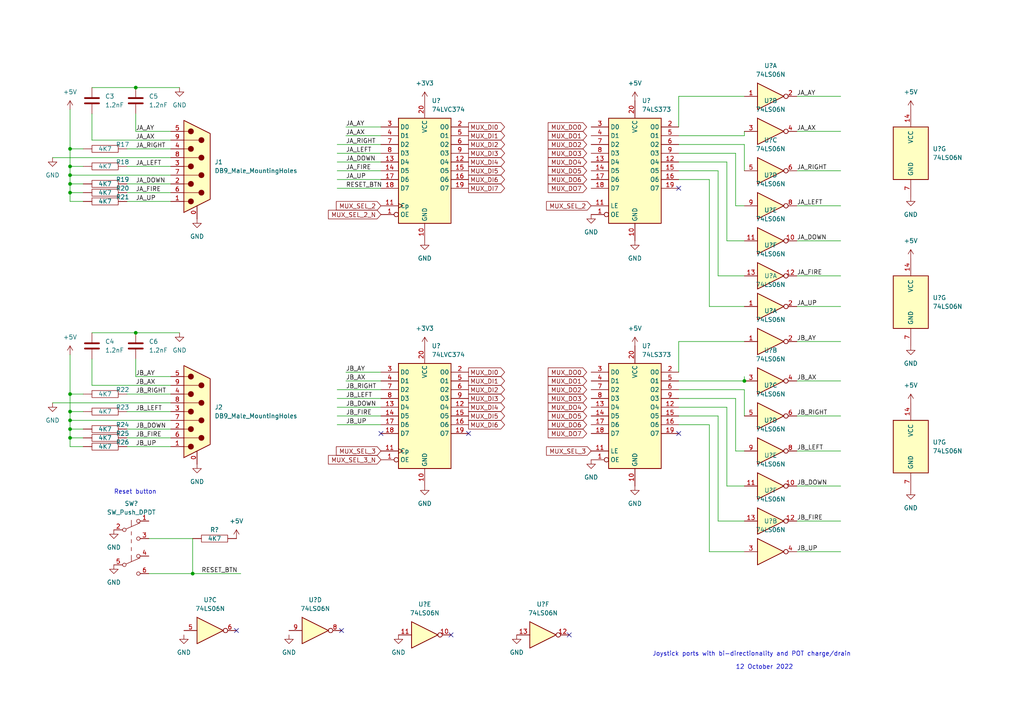
<source format=kicad_sch>
(kicad_sch (version 20211123) (generator eeschema)
  (paper "A4")
  (lib_symbols
    (symbol "74xx:74HC374"
      (property "Reference" "U" (at -7.62 16.51 0))
      (property "Value" "74HC374" (at -7.62 -16.51 0))
      (symbol "74HC374_1_0"
        (pin input inverted (at -12.7 -12.7 0) (length 5.08) (name "OE") (number "1"))
        (pin power_in line (at 0 -20.32 90) (length 5.08) (name "GND") (number "10"))
        (pin input clock (at -12.7 -10.16 0) (length 5.08) (name "Cp") (number "11"))
        (pin tri_state line (at 12.7 2.54 180) (length 5.08) (name "O4") (number "12"))
        (pin input line (at -12.7 2.54 0) (length 5.08) (name "D4") (number "13"))
        (pin input line (at -12.7 0 0) (length 5.08) (name "D5") (number "14"))
        (pin tri_state line (at 12.7 0 180) (length 5.08) (name "O5") (number "15"))
        (pin tri_state line (at 12.7 -2.54 180) (length 5.08) (name "O6") (number "16"))
        (pin input line (at -12.7 -2.54 0) (length 5.08) (name "D6") (number "17"))
        (pin input line (at -12.7 -5.08 0) (length 5.08) (name "D7") (number "18"))
        (pin tri_state line (at 12.7 -5.08 180) (length 5.08) (name "O7") (number "19"))
        (pin tri_state line (at 12.7 12.7 180) (length 5.08) (name "O0") (number "2"))
        (pin power_in line (at 0 20.32 270) (length 5.08) (name "VCC") (number "20"))
        (pin input line (at -12.7 12.7 0) (length 5.08) (name "D0") (number "3"))
        (pin input line (at -12.7 10.16 0) (length 5.08) (name "D1") (number "4"))
        (pin tri_state line (at 12.7 10.16 180) (length 5.08) (name "O1") (number "5"))
        (pin tri_state line (at 12.7 7.62 180) (length 5.08) (name "O2") (number "6"))
        (pin input line (at -12.7 7.62 0) (length 5.08) (name "D2") (number "7"))
        (pin input line (at -12.7 5.08 0) (length 5.08) (name "D3") (number "8"))
        (pin tri_state line (at 12.7 5.08 180) (length 5.08) (name "O3") (number "9"))
      )
      (symbol "74HC374_1_1"
        (rectangle (start -7.62 15.24) (end 7.62 -15.24) (stroke (width 0.254)) (fill (type background)))
      )
    )
    (symbol "74xx:74LS06N" (pin_names (offset 1.016))
      (property "Reference" "U" (at 0 1.27 0))
      (property "Value" "74LS06N" (at 0 -1.27 0))
      (symbol "74LS06N_1_0"
        (polyline (pts (xy -3.81 3.81) (xy -3.81 -3.81) (xy 3.81 0) (xy -3.81 3.81)) (stroke (width 0.254)) (fill (type background)))
        (pin input line (at -7.62 0 0) (length 3.81) (name "~") (number "1"))
        (pin open_collector inverted (at 7.62 0 180) (length 3.81) (name "~") (number "2"))
      )
      (symbol "74LS06N_2_0"
        (polyline (pts (xy -3.81 3.81) (xy -3.81 -3.81) (xy 3.81 0) (xy -3.81 3.81)) (stroke (width 0.254)) (fill (type background)))
        (pin input line (at -7.62 0 0) (length 3.81) (name "~") (number "3"))
        (pin open_collector inverted (at 7.62 0 180) (length 3.81) (name "~") (number "4"))
      )
      (symbol "74LS06N_3_0"
        (polyline (pts (xy -3.81 3.81) (xy -3.81 -3.81) (xy 3.81 0) (xy -3.81 3.81)) (stroke (width 0.254)) (fill (type background)))
        (pin input line (at -7.62 0 0) (length 3.81) (name "~") (number "5"))
        (pin open_collector inverted (at 7.62 0 180) (length 3.81) (name "~") (number "6"))
      )
      (symbol "74LS06N_4_0"
        (polyline (pts (xy -3.81 3.81) (xy -3.81 -3.81) (xy 3.81 0) (xy -3.81 3.81)) (stroke (width 0.254)) (fill (type background)))
        (pin open_collector inverted (at 7.62 0 180) (length 3.81) (name "~") (number "8"))
        (pin input line (at -7.62 0 0) (length 3.81) (name "~") (number "9"))
      )
      (symbol "74LS06N_5_0"
        (polyline (pts (xy -3.81 3.81) (xy -3.81 -3.81) (xy 3.81 0) (xy -3.81 3.81)) (stroke (width 0.254)) (fill (type background)))
        (pin open_collector inverted (at 7.62 0 180) (length 3.81) (name "~") (number "10"))
        (pin input line (at -7.62 0 0) (length 3.81) (name "~") (number "11"))
      )
      (symbol "74LS06N_6_0"
        (polyline (pts (xy -3.81 3.81) (xy -3.81 -3.81) (xy 3.81 0) (xy -3.81 3.81)) (stroke (width 0.254)) (fill (type background)))
        (pin open_collector inverted (at 7.62 0 180) (length 3.81) (name "~") (number "12"))
        (pin input line (at -7.62 0 0) (length 3.81) (name "~") (number "13"))
      )
      (symbol "74LS06N_7_0"
        (pin power_in line (at 0 12.7 270) (length 5.08) (name "VCC") (number "14"))
        (pin power_in line (at 0 -12.7 90) (length 5.08) (name "GND") (number "7"))
      )
      (symbol "74LS06N_7_1"
        (rectangle (start -5.08 7.62) (end 5.08 -7.62) (stroke (width 0.254)) (fill (type background)))
      )
    )
    (symbol "74xx:74LS373"
      (property "Reference" "U" (at -7.62 16.51 0))
      (property "Value" "74LS373" (at -7.62 -16.51 0))
      (symbol "74LS373_1_0"
        (pin input inverted (at -12.7 -12.7 0) (length 5.08) (name "OE") (number "1"))
        (pin power_in line (at 0 -20.32 90) (length 5.08) (name "GND") (number "10"))
        (pin input line (at -12.7 -10.16 0) (length 5.08) (name "LE") (number "11"))
        (pin tri_state line (at 12.7 2.54 180) (length 5.08) (name "O4") (number "12"))
        (pin input line (at -12.7 2.54 0) (length 5.08) (name "D4") (number "13"))
        (pin input line (at -12.7 0 0) (length 5.08) (name "D5") (number "14"))
        (pin tri_state line (at 12.7 0 180) (length 5.08) (name "O5") (number "15"))
        (pin tri_state line (at 12.7 -2.54 180) (length 5.08) (name "O6") (number "16"))
        (pin input line (at -12.7 -2.54 0) (length 5.08) (name "D6") (number "17"))
        (pin input line (at -12.7 -5.08 0) (length 5.08) (name "D7") (number "18"))
        (pin tri_state line (at 12.7 -5.08 180) (length 5.08) (name "O7") (number "19"))
        (pin tri_state line (at 12.7 12.7 180) (length 5.08) (name "O0") (number "2"))
        (pin power_in line (at 0 20.32 270) (length 5.08) (name "VCC") (number "20"))
        (pin input line (at -12.7 12.7 0) (length 5.08) (name "D0") (number "3"))
        (pin input line (at -12.7 10.16 0) (length 5.08) (name "D1") (number "4"))
        (pin tri_state line (at 12.7 10.16 180) (length 5.08) (name "O1") (number "5"))
        (pin tri_state line (at 12.7 7.62 180) (length 5.08) (name "O2") (number "6"))
        (pin input line (at -12.7 7.62 0) (length 5.08) (name "D2") (number "7"))
        (pin input line (at -12.7 5.08 0) (length 5.08) (name "D3") (number "8"))
        (pin tri_state line (at 12.7 5.08 180) (length 5.08) (name "O3") (number "9"))
      )
      (symbol "74LS373_1_1"
        (rectangle (start -7.62 15.24) (end 7.62 -15.24) (stroke (width 0.254)) (fill (type background)))
      )
    )
    (symbol "Connector:DB9_Male_MountingHoles" (pin_names (offset 1.016) hide)
      (property "Reference" "J" (at 0 16.51 0))
      (property "Value" "DB9_Male_MountingHoles" (at 0 14.605 0))
      (symbol "DB9_Male_MountingHoles_0_1"
        (circle (center -1.778 -10.16) (radius 0.762) (fill (type outline)))
        (circle (center -1.778 -5.08) (radius 0.762) (fill (type outline)))
        (circle (center -1.778 0) (radius 0.762) (fill (type outline)))
        (circle (center -1.778 5.08) (radius 0.762) (fill (type outline)))
        (circle (center -1.778 10.16) (radius 0.762) (fill (type outline)))
        (polyline (pts (xy -3.81 -10.16) (xy -2.54 -10.16)))
        (polyline (pts (xy -3.81 -7.62) (xy 0.508 -7.62)))
        (polyline (pts (xy -3.81 -5.08) (xy -2.54 -5.08)))
        (polyline (pts (xy -3.81 -2.54) (xy 0.508 -2.54)))
        (polyline (pts (xy -3.81 0) (xy -2.54 0)))
        (polyline (pts (xy -3.81 2.54) (xy 0.508 2.54)))
        (polyline (pts (xy -3.81 5.08) (xy -2.54 5.08)))
        (polyline (pts (xy -3.81 7.62) (xy 0.508 7.62)))
        (polyline (pts (xy -3.81 10.16) (xy -2.54 10.16)))
        (polyline (pts (xy -3.81 -13.335) (xy -3.81 13.335) (xy 3.81 9.525) (xy 3.81 -9.525) (xy -3.81 -13.335)) (stroke (width 0.254)) (fill (type background)))
        (circle (center 1.27 -7.62) (radius 0.762) (fill (type outline)))
        (circle (center 1.27 -2.54) (radius 0.762) (fill (type outline)))
        (circle (center 1.27 2.54) (radius 0.762) (fill (type outline)))
        (circle (center 1.27 7.62) (radius 0.762) (fill (type outline)))
      )
      (symbol "DB9_Male_MountingHoles_1_1"
        (pin passive line (at 0 -15.24 90) (length 3.81) (name "PAD") (number "0"))
        (pin passive line (at -7.62 -10.16 0) (length 3.81) (name "1") (number "1"))
        (pin passive line (at -7.62 -5.08 0) (length 3.81) (name "2") (number "2"))
        (pin passive line (at -7.62 0 0) (length 3.81) (name "3") (number "3"))
        (pin passive line (at -7.62 5.08 0) (length 3.81) (name "4") (number "4"))
        (pin passive line (at -7.62 10.16 0) (length 3.81) (name "5") (number "5"))
        (pin passive line (at -7.62 -7.62 0) (length 3.81) (name "6") (number "6"))
        (pin passive line (at -7.62 -2.54 0) (length 3.81) (name "7") (number "7"))
        (pin passive line (at -7.62 2.54 0) (length 3.81) (name "8") (number "8"))
        (pin passive line (at -7.62 7.62 0) (length 3.81) (name "9") (number "9"))
      )
    )
    (symbol "Device:C" (pin_numbers hide) (pin_names (offset 0.254))
      (property "Reference" "C" (at 0.635 2.54 0))
      (property "Value" "C" (at 0.635 -2.54 0))
      (symbol "C_0_1"
        (polyline (pts (xy -2.032 -0.762) (xy 2.032 -0.762)) (stroke (width 0.508)))
        (polyline (pts (xy -2.032 0.762) (xy 2.032 0.762)) (stroke (width 0.508)))
      )
      (symbol "C_1_1"
        (pin passive line (at 0 3.81 270) (length 2.794) (name "~") (number "1"))
        (pin passive line (at 0 -3.81 90) (length 2.794) (name "~") (number "2"))
      )
    )
    (symbol "Switch:SW_Push_DPDT" (pin_names (offset 0) hide)
      (property "Reference" "SW" (at 0 8.89 0))
      (property "Value" "SW_Push_DPDT" (at 0 -10.16 0))
      (symbol "SW_Push_DPDT_0_0"
        (circle (center -2.032 -5.08) (radius 0.508))
        (circle (center -2.032 5.08) (radius 0.508))
        (circle (center 2.032 -7.62) (radius 0.508))
        (circle (center 2.032 2.54) (radius 0.508))
      )
      (symbol "SW_Push_DPDT_0_1"
        (polyline (pts (xy -1.524 -4.826) (xy 2.54 -3.048)))
        (polyline (pts (xy -1.524 5.334) (xy 2.54 7.112)))
        (polyline (pts (xy 0 -2.286) (xy 0 -4.064)))
        (polyline (pts (xy 0 -1.016) (xy 0 0)))
        (polyline (pts (xy 0 1.27) (xy 0 2.286)))
        (polyline (pts (xy 0 3.556) (xy 0 4.572)))
        (polyline (pts (xy 0 7.874) (xy 0 6.096)))
        (circle (center 2.032 -2.54) (radius 0.508))
        (circle (center 2.032 7.62) (radius 0.508))
      )
      (symbol "SW_Push_DPDT_1_1"
        (pin passive line (at 5.08 7.62 180) (length 2.54) (name "A") (number "1"))
        (pin passive line (at -5.08 5.08 0) (length 2.54) (name "B") (number "2"))
        (pin passive line (at 5.08 2.54 180) (length 2.54) (name "C") (number "3"))
        (pin passive line (at 5.08 -2.54 180) (length 2.54) (name "A") (number "4"))
        (pin passive line (at -5.08 -5.08 0) (length 2.54) (name "B") (number "5"))
        (pin passive line (at 5.08 -7.62 180) (length 2.54) (name "C") (number "6"))
      )
    )
    (symbol "power:+3.3V" (power) (pin_names (offset 0))
      (property "Value" "+3.3V" (at 0 3.556 0))
      (symbol "+3.3V_0_1"
        (polyline (pts (xy -0.762 1.27) (xy 0 2.54)))
        (polyline (pts (xy 0 0) (xy 0 2.54)))
        (polyline (pts (xy 0 2.54) (xy 0.762 1.27)))
      )
      (symbol "+3.3V_1_1"
        (pin power_in line (at 0 0 90) (length 0) hide (name "+3V3") (number "1"))
      )
    )
    (symbol "power:+5V" (power) (pin_names (offset 0))
      (property "Value" "+5V" (at 0 3.556 0))
      (symbol "+5V_0_1"
        (polyline (pts (xy -0.762 1.27) (xy 0 2.54)))
        (polyline (pts (xy 0 0) (xy 0 2.54)))
        (polyline (pts (xy 0 2.54) (xy 0.762 1.27)))
      )
      (symbol "+5V_1_1"
        (pin power_in line (at 0 0 90) (length 0) hide (name "+5V") (number "1"))
      )
    )
    (symbol "power:GND" (power) (pin_names (offset 0))
      (property "Value" "GND" (at 0 -3.81 0))
      (symbol "GND_0_1"
        (polyline (pts (xy 0 0) (xy 0 -1.27) (xy 1.27 -1.27) (xy 0 -2.54) (xy -1.27 -1.27) (xy 0 -1.27)))
      )
      (symbol "GND_1_1"
        (pin power_in line (at 0 0 270) (length 0) hide (name "GND") (number "1"))
      )
    )
    (symbol "pspice:R" (pin_numbers hide) (pin_names (offset 0))
      (property "Reference" "R" (at 2.032 0 90))
      (property "Value" "R" (at 0 0 90))
      (symbol "R_0_1"
        (rectangle (start -1.016 3.81) (end 1.016 -3.81))
      )
      (symbol "R_1_1"
        (pin passive line (at 0 6.35 270) (length 2.54) (name "~") (number "1"))
        (pin passive line (at 0 -6.35 90) (length 2.54) (name "~") (number "2"))
      )
    )
  )
  (junction (at 39.37 25.4))
  (junction (at 55.88 166.37))
  (junction (at 20.32 119.38))
  (junction (at 39.37 96.52))
  (junction (at 20.32 127))
  (junction (at 20.32 48.26))
  (junction (at 20.32 121.92))
  (junction (at 20.32 55.88))
  (junction (at 20.32 124.46))
  (junction (at 20.32 43.18))
  (junction (at 215.9 110.49))
  (junction (at 20.32 50.8))
  (junction (at 20.32 53.34))
  (junction (at 20.32 114.3))
  (no_connect (at 130.81 184.15))
  (no_connect (at 196.85 125.73))
  (no_connect (at 110.49 125.73))
  (no_connect (at 135.89 125.73))
  (no_connect (at 196.85 54.61))
  (no_connect (at 165.1 184.15))
  (no_connect (at 68.58 182.88))
  (no_connect (at 99.06 182.88))
  (wire (pts (xy 208.28 151.13) (xy 215.9 151.13)))
  (wire (pts (xy 97.79 49.53) (xy 110.49 49.53)))
  (wire (pts (xy 20.32 55.88) (xy 20.32 58.42)))
  (wire (pts (xy 215.9 41.91) (xy 215.9 49.53)))
  (wire (pts (xy 97.79 41.91) (xy 110.49 41.91)))
  (wire (pts (xy 20.32 48.26) (xy 24.13 48.26)))
  (wire (pts (xy 39.37 38.1) (xy 39.37 33.02)))
  (wire (pts (xy 15.24 45.72) (xy 49.53 45.72)))
  (wire (pts (xy 97.79 113.03) (xy 110.49 113.03)))
  (wire (pts (xy 20.32 119.38) (xy 24.13 119.38)))
  (wire (pts (xy 213.36 130.81) (xy 215.9 130.81)))
  (wire (pts (xy 36.83 124.46) (xy 49.53 124.46)))
  (wire (pts (xy 20.32 53.34) (xy 24.13 53.34)))
  (wire (pts (xy 36.83 55.88) (xy 49.53 55.88)))
  (wire (pts (xy 20.32 102.87) (xy 20.32 114.3)))
  (wire (pts (xy 97.79 115.57) (xy 110.49 115.57)))
  (wire (pts (xy 196.85 115.57) (xy 213.36 115.57)))
  (wire (pts (xy 26.67 40.64) (xy 26.67 33.02)))
  (wire (pts (xy 36.83 119.38) (xy 49.53 119.38)))
  (wire (pts (xy 20.32 48.26) (xy 20.32 50.8)))
  (wire (pts (xy 210.82 140.97) (xy 215.9 140.97)))
  (wire (pts (xy 26.67 96.52) (xy 39.37 96.52)))
  (wire (pts (xy 196.85 113.03) (xy 215.9 113.03)))
  (wire (pts (xy 97.79 44.45) (xy 110.49 44.45)))
  (wire (pts (xy 215.9 110.49) (xy 215.9 109.22)))
  (wire (pts (xy 196.85 36.83) (xy 196.85 27.94)))
  (wire (pts (xy 196.85 107.95) (xy 196.85 99.06)))
  (wire (pts (xy 100.33 39.37) (xy 110.49 39.37)))
  (wire (pts (xy 26.67 40.64) (xy 49.53 40.64)))
  (wire (pts (xy 20.32 114.3) (xy 24.13 114.3)))
  (wire (pts (xy 97.79 52.07) (xy 110.49 52.07)))
  (wire (pts (xy 215.9 39.37) (xy 215.9 38.1)))
  (wire (pts (xy 196.85 110.49) (xy 215.9 110.49)))
  (wire (pts (xy 213.36 115.57) (xy 213.36 130.81)))
  (wire (pts (xy 231.14 88.9) (xy 243.84 88.9)))
  (wire (pts (xy 39.37 109.22) (xy 49.53 109.22)))
  (wire (pts (xy 97.79 54.61) (xy 110.49 54.61)))
  (wire (pts (xy 20.32 119.38) (xy 20.32 121.92)))
  (wire (pts (xy 20.32 50.8) (xy 49.53 50.8)))
  (wire (pts (xy 36.83 127) (xy 49.53 127)))
  (wire (pts (xy 97.79 118.11) (xy 110.49 118.11)))
  (wire (pts (xy 20.32 53.34) (xy 20.32 55.88)))
  (wire (pts (xy 97.79 123.19) (xy 110.49 123.19)))
  (wire (pts (xy 196.85 123.19) (xy 205.74 123.19)))
  (wire (pts (xy 15.24 116.84) (xy 49.53 116.84)))
  (wire (pts (xy 196.85 49.53) (xy 208.28 49.53)))
  (wire (pts (xy 100.33 36.83) (xy 110.49 36.83)))
  (wire (pts (xy 20.32 50.8) (xy 20.32 53.34)))
  (wire (pts (xy 20.32 55.88) (xy 24.13 55.88)))
  (wire (pts (xy 208.28 49.53) (xy 208.28 80.01)))
  (wire (pts (xy 20.32 58.42) (xy 24.13 58.42)))
  (wire (pts (xy 213.36 59.69) (xy 215.9 59.69)))
  (wire (pts (xy 196.85 44.45) (xy 213.36 44.45)))
  (wire (pts (xy 231.14 99.06) (xy 243.84 99.06)))
  (wire (pts (xy 231.14 110.49) (xy 243.84 110.49)))
  (wire (pts (xy 205.74 88.9) (xy 215.9 88.9)))
  (wire (pts (xy 20.32 124.46) (xy 24.13 124.46)))
  (wire (pts (xy 36.83 48.26) (xy 49.53 48.26)))
  (wire (pts (xy 231.14 49.53) (xy 243.84 49.53)))
  (wire (pts (xy 205.74 160.02) (xy 215.9 160.02)))
  (wire (pts (xy 231.14 130.81) (xy 243.84 130.81)))
  (wire (pts (xy 20.32 127) (xy 24.13 127)))
  (wire (pts (xy 39.37 38.1) (xy 49.53 38.1)))
  (wire (pts (xy 231.14 27.94) (xy 243.84 27.94)))
  (wire (pts (xy 20.32 43.18) (xy 20.32 48.26)))
  (wire (pts (xy 210.82 69.85) (xy 215.9 69.85)))
  (wire (pts (xy 20.32 121.92) (xy 49.53 121.92)))
  (wire (pts (xy 43.18 166.37) (xy 55.88 166.37)))
  (wire (pts (xy 231.14 38.1) (xy 243.84 38.1)))
  (wire (pts (xy 231.14 151.13) (xy 243.84 151.13)))
  (wire (pts (xy 196.85 27.94) (xy 215.9 27.94)))
  (wire (pts (xy 231.14 140.97) (xy 243.84 140.97)))
  (wire (pts (xy 231.14 120.65) (xy 243.84 120.65)))
  (wire (pts (xy 43.18 156.21) (xy 55.88 156.21)))
  (wire (pts (xy 215.9 113.03) (xy 215.9 120.65)))
  (wire (pts (xy 196.85 52.07) (xy 205.74 52.07)))
  (wire (pts (xy 196.85 46.99) (xy 210.82 46.99)))
  (wire (pts (xy 20.32 127) (xy 20.32 129.54)))
  (wire (pts (xy 39.37 109.22) (xy 39.37 104.14)))
  (wire (pts (xy 196.85 39.37) (xy 215.9 39.37)))
  (wire (pts (xy 20.32 43.18) (xy 24.13 43.18)))
  (wire (pts (xy 20.32 121.92) (xy 20.32 124.46)))
  (wire (pts (xy 231.14 80.01) (xy 243.84 80.01)))
  (wire (pts (xy 26.67 111.76) (xy 49.53 111.76)))
  (wire (pts (xy 100.33 110.49) (xy 110.49 110.49)))
  (wire (pts (xy 231.14 59.69) (xy 243.84 59.69)))
  (wire (pts (xy 26.67 111.76) (xy 26.67 104.14)))
  (wire (pts (xy 208.28 120.65) (xy 208.28 151.13)))
  (wire (pts (xy 36.83 43.18) (xy 49.53 43.18)))
  (wire (pts (xy 205.74 123.19) (xy 205.74 160.02)))
  (wire (pts (xy 39.37 25.4) (xy 52.07 25.4)))
  (wire (pts (xy 20.32 124.46) (xy 20.32 127)))
  (wire (pts (xy 231.14 160.02) (xy 243.84 160.02)))
  (wire (pts (xy 39.37 96.52) (xy 52.07 96.52)))
  (wire (pts (xy 20.32 31.75) (xy 20.32 43.18)))
  (wire (pts (xy 210.82 46.99) (xy 210.82 69.85)))
  (wire (pts (xy 210.82 118.11) (xy 210.82 140.97)))
  (wire (pts (xy 213.36 44.45) (xy 213.36 59.69)))
  (wire (pts (xy 97.79 46.99) (xy 110.49 46.99)))
  (wire (pts (xy 208.28 80.01) (xy 215.9 80.01)))
  (wire (pts (xy 196.85 99.06) (xy 215.9 99.06)))
  (wire (pts (xy 55.88 166.37) (xy 69.85 166.37)))
  (wire (pts (xy 20.32 129.54) (xy 24.13 129.54)))
  (wire (pts (xy 231.14 69.85) (xy 243.84 69.85)))
  (wire (pts (xy 196.85 118.11) (xy 210.82 118.11)))
  (wire (pts (xy 26.67 25.4) (xy 39.37 25.4)))
  (wire (pts (xy 36.83 58.42) (xy 49.53 58.42)))
  (wire (pts (xy 20.32 114.3) (xy 20.32 119.38)))
  (wire (pts (xy 36.83 114.3) (xy 49.53 114.3)))
  (wire (pts (xy 196.85 120.65) (xy 208.28 120.65)))
  (wire (pts (xy 205.74 52.07) (xy 205.74 88.9)))
  (wire (pts (xy 100.33 107.95) (xy 110.49 107.95)))
  (wire (pts (xy 97.79 120.65) (xy 110.49 120.65)))
  (wire (pts (xy 36.83 129.54) (xy 49.53 129.54)))
  (wire (pts (xy 36.83 53.34) (xy 49.53 53.34)))
  (wire (pts (xy 196.85 41.91) (xy 215.9 41.91)))
  (wire (pts (xy 55.88 156.21) (xy 55.88 166.37)))
  (text "Reset button" (at 33.02 143.51 0) (effects (font (size 1.27 1.27)) (justify left bottom)))
  (text "Joystick ports with bi-directionality and POT charge/drain" (at 189.23 190.5 0) (effects (font (size 1.27 1.27)) (justify left bottom)))
  (text "12 October 2022" (at 213.36 194.31 0) (effects (font (size 1.27 1.27)) (justify left bottom)))
  (label "JB_LEFT" (at 39.37 119.38 0))
  (label "JA_DOWN" (at 39.37 53.34 0))
  (label "JB_RIGHT" (at 100.33 113.03 0))
  (label "JB_AX" (at 100.33 110.49 0))
  (label "JB_LEFT" (at 231.14 130.81 0))
  (label "JB_AX" (at 39.37 111.76 0))
  (label "JB_AY" (at 231.14 99.06 0))
  (label "JA_DOWN" (at 231.14 69.85 0))
  (label "JB_UP" (at 231.14 160.02 0))
  (label "JA_UP" (at 231.14 88.9 0))
  (label "JB_FIRE" (at 39.37 127 0))
  (label "JB_UP" (at 39.37 129.54 0))
  (label "JA_AX" (at 100.33 39.37 0))
  (label "JB_DOWN" (at 39.37 124.46 0))
  (label "JA_LEFT" (at 39.37 48.26 0))
  (label "JB_AY" (at 39.37 109.22 0))
  (label "JA_DOWN" (at 100.33 46.99 0))
  (label "JA_LEFT" (at 231.14 59.69 0))
  (label "JA_RIGHT" (at 100.33 41.91 0))
  (label "JA_RIGHT" (at 39.37 43.18 0))
  (label "JB_AX" (at 231.14 110.49 0))
  (label "RESET_BTN" (at 100.33 54.61 0))
  (label "JA_AY" (at 231.14 27.94 0))
  (label "JA_AX" (at 231.14 38.1 0))
  (label "JB_RIGHT" (at 231.14 120.65 0))
  (label "JA_FIRE" (at 100.33 49.53 0))
  (label "JB_UP" (at 100.33 123.19 0))
  (label "JB_FIRE" (at 231.14 151.13 0))
  (label "JB_DOWN" (at 100.33 118.11 0))
  (label "JB_FIRE" (at 100.33 120.65 0))
  (label "JA_FIRE" (at 39.37 55.88 0))
  (label "JB_RIGHT" (at 39.37 114.3 0))
  (label "JB_DOWN" (at 231.14 140.97 0))
  (label "JA_AX" (at 39.37 40.64 0))
  (label "JA_FIRE" (at 231.14 80.01 0))
  (label "JA_AY" (at 100.33 36.83 0))
  (label "JB_AY" (at 100.33 107.95 0))
  (label "JA_UP" (at 100.33 52.07 0))
  (label "JA_RIGHT" (at 231.14 49.53 0))
  (label "RESET_BTN" (at 58.42 166.37 0))
  (label "JB_LEFT" (at 100.33 115.57 0))
  (label "JA_AY" (at 39.37 38.1 0))
  (label "JA_LEFT" (at 100.33 44.45 0))
  (label "JA_UP" (at 39.37 58.42 0))
  (global_label "MUX_DI7" (shape output) (at 135.89 54.61 0) (property "Intersheet References" "${INTERSHEET_REFS}" (effects hide)))
  (global_label "MUX_DO5" (shape input) (at 170.18 49.53 180) (property "Intersheet References" "${INTERSHEET_REFS}" (effects hide)))
  (global_label "MUX_DI6" (shape output) (at 135.89 52.07 0) (property "Intersheet References" "${INTERSHEET_REFS}" (effects hide)))
  (global_label "MUX_SEL_2" (shape input) (at 171.45 59.69 180) (property "Intersheet References" "${INTERSHEET_REFS}" (effects hide)))
  (global_label "MUX_DO7" (shape input) (at 170.18 125.73 180) (property "Intersheet References" "${INTERSHEET_REFS}" (effects hide)))
  (global_label "MUX_DO3" (shape input) (at 170.18 115.57 180) (property "Intersheet References" "${INTERSHEET_REFS}" (effects hide)))
  (global_label "MUX_DO5" (shape input) (at 170.18 120.65 180) (property "Intersheet References" "${INTERSHEET_REFS}" (effects hide)))
  (global_label "MUX_DO4" (shape input) (at 170.18 46.99 180) (property "Intersheet References" "${INTERSHEET_REFS}" (effects hide)))
  (global_label "MUX_DI4" (shape output) (at 135.89 46.99 0) (property "Intersheet References" "${INTERSHEET_REFS}" (effects hide)))
  (global_label "MUX_DO6" (shape input) (at 170.18 52.07 180) (property "Intersheet References" "${INTERSHEET_REFS}" (effects hide)))
  (global_label "MUX_DI5" (shape output) (at 135.89 49.53 0) (property "Intersheet References" "${INTERSHEET_REFS}" (effects hide)))
  (global_label "MUX_DO3" (shape input) (at 170.18 44.45 180) (property "Intersheet References" "${INTERSHEET_REFS}" (effects hide)))
  (global_label "MUX_SEL_3_N" (shape input) (at 110.49 133.35 180) (property "Intersheet References" "${INTERSHEET_REFS}" (effects hide)))
  (global_label "MUX_SEL_3" (shape input) (at 110.49 130.81 180) (property "Intersheet References" "${INTERSHEET_REFS}" (effects hide)))
  (global_label "MUX_SEL_3" (shape input) (at 171.45 130.81 180) (property "Intersheet References" "${INTERSHEET_REFS}" (effects hide)))
  (global_label "MUX_DI3" (shape output) (at 135.89 44.45 0) (property "Intersheet References" "${INTERSHEET_REFS}" (effects hide)))
  (global_label "MUX_DO1" (shape input) (at 170.18 110.49 180) (property "Intersheet References" "${INTERSHEET_REFS}" (effects hide)))
  (global_label "MUX_DI6" (shape output) (at 135.89 123.19 0) (property "Intersheet References" "${INTERSHEET_REFS}" (effects hide)))
  (global_label "MUX_DO2" (shape input) (at 170.18 41.91 180) (property "Intersheet References" "${INTERSHEET_REFS}" (effects hide)))
  (global_label "MUX_DO7" (shape input) (at 170.18 54.61 180) (property "Intersheet References" "${INTERSHEET_REFS}" (effects hide)))
  (global_label "MUX_DO6" (shape input) (at 170.18 123.19 180) (property "Intersheet References" "${INTERSHEET_REFS}" (effects hide)))
  (global_label "MUX_DI2" (shape output) (at 135.89 41.91 0) (property "Intersheet References" "${INTERSHEET_REFS}" (effects hide)))
  (global_label "MUX_DO0" (shape input) (at 170.18 107.95 180) (property "Intersheet References" "${INTERSHEET_REFS}" (effects hide)))
  (global_label "MUX_DI3" (shape output) (at 135.89 115.57 0) (property "Intersheet References" "${INTERSHEET_REFS}" (effects hide)))
  (global_label "MUX_DO2" (shape input) (at 170.18 113.03 180) (property "Intersheet References" "${INTERSHEET_REFS}" (effects hide)))
  (global_label "MUX_SEL_2" (shape input) (at 110.49 59.69 180) (property "Intersheet References" "${INTERSHEET_REFS}" (effects hide)))
  (global_label "MUX_DO0" (shape input) (at 170.18 36.83 180) (property "Intersheet References" "${INTERSHEET_REFS}" (effects hide)))
  (global_label "MUX_DI0" (shape output) (at 135.89 107.95 0) (property "Intersheet References" "${INTERSHEET_REFS}" (effects hide)))
  (global_label "MUX_DI4" (shape output) (at 135.89 118.11 0) (property "Intersheet References" "${INTERSHEET_REFS}" (effects hide)))
  (global_label "MUX_DI2" (shape output) (at 135.89 113.03 0) (property "Intersheet References" "${INTERSHEET_REFS}" (effects hide)))
  (global_label "MUX_DI5" (shape output) (at 135.89 120.65 0) (property "Intersheet References" "${INTERSHEET_REFS}" (effects hide)))
  (global_label "MUX_DO4" (shape input) (at 170.18 118.11 180) (property "Intersheet References" "${INTERSHEET_REFS}" (effects hide)))
  (global_label "MUX_DI1" (shape output) (at 135.89 110.49 0) (property "Intersheet References" "${INTERSHEET_REFS}" (effects hide)))
  (global_label "MUX_DO1" (shape input) (at 170.18 39.37 180) (property "Intersheet References" "${INTERSHEET_REFS}" (effects hide)))
  (global_label "MUX_SEL_2_N" (shape input) (at 110.49 62.23 180) (property "Intersheet References" "${INTERSHEET_REFS}" (effects hide)))
  (global_label "MUX_DI0" (shape output) (at 135.89 36.83 0) (property "Intersheet References" "${INTERSHEET_REFS}" (effects hide)))
  (global_label "MUX_DI1" (shape output) (at 135.89 39.37 0) (property "Intersheet References" "${INTERSHEET_REFS}" (effects hide)))
  (symbol (lib_id "pspice:R") (at 30.48 114.3 90) (unit 1)
    (property "Reference" "R22" (at 35.56 113.03 90))
    (property "Value" "4K7" (at 30.48 114.3 90))
    (property "Footprint" "Resistor_THT:R_Box_L8.4mm_W2.5mm_P5.08mm" (effects hide))
  )
  (symbol (lib_id "74xx:74LS06N") (at 223.52 27.94 0) (unit 1)
    (property "Reference" "U?" (at 223.52 19.05 0))
    (property "Value" "74LS06N" (at 223.52 21.59 0))
    (property "Datasheet" "http://www.ti.com/lit/gpn/sn74LS06N" (effects hide))
  )
  (symbol (lib_id "pspice:R") (at 30.48 55.88 90) (unit 1)
    (property "Reference" "R20" (at 35.56 54.61 90))
    (property "Value" "4K7" (at 30.48 55.88 90))
    (property "Footprint" "Resistor_THT:R_Box_L8.4mm_W2.5mm_P5.08mm" (effects hide))
  )
  (symbol (lib_id "power:GND") (at 53.34 184.15 0) (unit 1)
    (property "Reference" "#PWR?" (effects hide))
    (property "Value" "GND" (at 53.34 189.23 0))
  )
  (symbol (lib_id "power:+5V") (at 20.32 31.75 0) (unit 1)
    (property "Reference" "#PWR0139" (effects hide))
    (property "Value" "+5V" (at 20.32 26.67 0))
  )
  (symbol (lib_id "74xx:74LS06N") (at 223.52 110.49 0) (unit 2)
    (property "Reference" "U?" (at 223.52 101.6 0))
    (property "Value" "74LS06N" (at 223.52 104.14 0))
    (property "Datasheet" "http://www.ti.com/lit/gpn/sn74LS06N" (effects hide))
  )
  (symbol (lib_id "74xx:74HC374") (at 123.19 120.65 0) (unit 1)
    (property "Reference" "U?" (at 125.2094 100.33 0) (effects (justify left)))
    (property "Value" "74LVC374" (at 125.2094 102.87 0) (effects (justify left)))
    (property "Footprint" "Package_DIP:DIP-20_W7.62mm" (effects hide))
    (property "Datasheet" "https://www.ti.com/lit/ds/symlink/cd74hct374.pdf" (effects hide))
  )
  (symbol (lib_id "Device:C") (at 39.37 100.33 0) (unit 1)
    (property "Reference" "C6" (at 43.18 99.0599 0) (effects (justify left)))
    (property "Value" "1.2nF" (at 43.18 101.5999 0) (effects (justify left)))
    (property "Footprint" "Capacitor_THT:C_Disc_D3.8mm_W2.6mm_P2.50mm" (effects hide))
  )
  (symbol (lib_id "74xx:74LS06N") (at 157.48 184.15 0) (unit 6)
    (property "Reference" "U?" (at 157.48 175.26 0))
    (property "Value" "74LS06N" (at 157.48 177.8 0))
    (property "Datasheet" "http://www.ti.com/lit/gpn/sn74LS06N" (effects hide))
  )
  (symbol (lib_id "74xx:74LS06N") (at 223.52 69.85 0) (unit 5)
    (property "Reference" "U?" (at 223.52 60.96 0))
    (property "Value" "74LS06N" (at 223.52 63.5 0))
    (property "Datasheet" "http://www.ti.com/lit/gpn/sn74LS06N" (effects hide))
  )
  (symbol (lib_id "power:+5V") (at 264.16 74.93 0) (unit 1)
    (property "Reference" "#PWR?" (effects hide))
    (property "Value" "+5V" (at 264.16 69.85 0))
  )
  (symbol (lib_id "74xx:74LS06N") (at 264.16 44.45 0) (unit 7)
    (property "Reference" "U?" (at 270.51 43.1799 0) (effects (justify left)))
    (property "Value" "74LS06N" (at 270.51 45.7199 0) (effects (justify left)))
    (property "Datasheet" "http://www.ti.com/lit/gpn/sn74LS06N" (effects hide))
  )
  (symbol (lib_id "74xx:74LS06N") (at 223.52 140.97 0) (unit 5)
    (property "Reference" "U?" (at 223.52 132.08 0))
    (property "Value" "74LS06N" (at 223.52 134.62 0))
    (property "Datasheet" "http://www.ti.com/lit/gpn/sn74LS06N" (effects hide))
  )
  (symbol (lib_id "Device:C") (at 26.67 100.33 0) (unit 1)
    (property "Reference" "C4" (at 30.48 99.0599 0) (effects (justify left)))
    (property "Value" "1.2nF" (at 30.48 101.5999 0) (effects (justify left)))
    (property "Footprint" "Capacitor_THT:C_Disc_D3.8mm_W2.6mm_P2.50mm" (effects hide))
  )
  (symbol (lib_id "Device:C") (at 39.37 29.21 0) (unit 1)
    (property "Reference" "C5" (at 43.18 27.9399 0) (effects (justify left)))
    (property "Value" "1.2nF" (at 43.18 30.4799 0) (effects (justify left)))
    (property "Footprint" "Capacitor_THT:C_Disc_D3.8mm_W2.6mm_P2.50mm" (effects hide))
  )
  (symbol (lib_id "74xx:74LS373") (at 184.15 120.65 0) (unit 1)
    (property "Reference" "U?" (at 186.1694 100.33 0) (effects (justify left)))
    (property "Value" "74LS373" (at 186.1694 102.87 0) (effects (justify left)))
    (property "Footprint" "Package_DIP:DIP-20_W7.62mm" (effects hide))
    (property "Datasheet" "http://www.ti.com/lit/gpn/sn74LS373" (effects hide))
  )
  (symbol (lib_id "pspice:R") (at 30.48 43.18 90) (unit 1)
    (property "Reference" "R17" (at 35.56 41.91 90))
    (property "Value" "4K7" (at 30.48 43.18 90))
    (property "Footprint" "Resistor_THT:R_Box_L8.4mm_W2.5mm_P5.08mm" (effects hide))
  )
  (symbol (lib_id "power:GND") (at 57.15 63.5 0) (unit 1)
    (property "Reference" "#PWR0140" (effects hide))
    (property "Value" "GND" (at 57.15 68.58 0))
  )
  (symbol (lib_id "pspice:R") (at 30.48 53.34 90) (unit 1)
    (property "Reference" "R19" (at 35.56 52.07 90))
    (property "Value" "4K7" (at 30.48 53.34 90))
    (property "Footprint" "Resistor_THT:R_Box_L8.4mm_W2.5mm_P5.08mm" (effects hide))
  )
  (symbol (lib_id "power:GND") (at 184.15 69.85 0) (unit 1)
    (property "Reference" "#PWR?" (effects hide))
    (property "Value" "GND" (at 184.15 74.93 0))
  )
  (symbol (lib_id "pspice:R") (at 30.48 129.54 90) (unit 1)
    (property "Reference" "R26" (at 35.56 128.27 90))
    (property "Value" "4K7" (at 30.48 129.54 90))
    (property "Footprint" "Resistor_THT:R_Box_L8.4mm_W2.5mm_P5.08mm" (effects hide))
  )
  (symbol (lib_id "74xx:74LS06N") (at 223.52 99.06 0) (unit 1)
    (property "Reference" "U?" (at 223.52 90.17 0))
    (property "Value" "74LS06N" (at 223.52 92.71 0))
    (property "Datasheet" "http://www.ti.com/lit/gpn/sn74LS06N" (effects hide))
  )
  (symbol (lib_id "power:+5V") (at 68.58 156.21 0) (unit 1)
    (property "Reference" "#PWR?" (effects hide))
    (property "Value" "+5V" (at 68.58 151.13 0))
  )
  (symbol (lib_id "power:+5V") (at 184.15 29.21 0) (unit 1)
    (property "Reference" "#PWR?" (effects hide))
    (property "Value" "+5V" (at 184.15 24.13 0))
  )
  (symbol (lib_id "74xx:74LS06N") (at 223.52 120.65 0) (unit 3)
    (property "Reference" "U?" (at 223.52 111.76 0))
    (property "Value" "74LS06N" (at 223.52 114.3 0))
    (property "Datasheet" "http://www.ti.com/lit/gpn/sn74LS06N" (effects hide))
  )
  (symbol (lib_id "power:GND") (at 33.02 163.83 0) (unit 1)
    (property "Reference" "#PWR?" (effects hide))
    (property "Value" "GND" (at 33.02 168.91 0))
  )
  (symbol (lib_id "74xx:74LS06N") (at 223.52 88.9 0) (unit 1)
    (property "Reference" "U?" (at 223.52 80.01 0))
    (property "Value" "74LS06N" (at 223.52 82.55 0))
    (property "Datasheet" "http://www.ti.com/lit/gpn/sn74LS06N" (effects hide))
  )
  (symbol (lib_id "74xx:74LS06N") (at 223.52 160.02 0) (unit 2)
    (property "Reference" "U?" (at 223.52 151.13 0))
    (property "Value" "74LS06N" (at 223.52 153.67 0))
    (property "Datasheet" "http://www.ti.com/lit/gpn/sn74LS06N" (effects hide))
  )
  (symbol (lib_id "74xx:74LS06N") (at 123.19 184.15 0) (unit 5)
    (property "Reference" "U?" (at 123.19 175.26 0))
    (property "Value" "74LS06N" (at 123.19 177.8 0))
    (property "Datasheet" "http://www.ti.com/lit/gpn/sn74LS06N" (effects hide))
  )
  (symbol (lib_id "74xx:74HC374") (at 123.19 49.53 0) (unit 1)
    (property "Reference" "U?" (at 125.2094 29.21 0) (effects (justify left)))
    (property "Value" "74LVC374" (at 125.2094 31.75 0) (effects (justify left)))
    (property "Footprint" "Package_DIP:DIP-20_W7.62mm" (effects hide))
    (property "Datasheet" "https://www.ti.com/lit/ds/symlink/cd74hct374.pdf" (effects hide))
  )
  (symbol (lib_id "power:GND") (at 149.86 184.15 0) (unit 1)
    (property "Reference" "#PWR?" (effects hide))
    (property "Value" "GND" (at 149.86 189.23 0))
  )
  (symbol (lib_id "power:+5V") (at 20.32 102.87 0) (unit 1)
    (property "Reference" "#PWR0135" (effects hide))
    (property "Value" "+5V" (at 20.32 97.79 0))
  )
  (symbol (lib_id "74xx:74LS06N") (at 223.52 151.13 0) (unit 6)
    (property "Reference" "U?" (at 223.52 142.24 0))
    (property "Value" "74LS06N" (at 223.52 144.78 0))
    (property "Datasheet" "http://www.ti.com/lit/gpn/sn74LS06N" (effects hide))
  )
  (symbol (lib_id "74xx:74LS06N") (at 223.52 80.01 0) (unit 6)
    (property "Reference" "U?" (at 223.52 71.12 0))
    (property "Value" "74LS06N" (at 223.52 73.66 0))
    (property "Datasheet" "http://www.ti.com/lit/gpn/sn74LS06N" (effects hide))
  )
  (symbol (lib_id "74xx:74LS373") (at 184.15 49.53 0) (unit 1)
    (property "Reference" "U?" (at 186.1694 29.21 0) (effects (justify left)))
    (property "Value" "74LS373" (at 186.1694 31.75 0) (effects (justify left)))
    (property "Footprint" "Package_DIP:DIP-20_W7.62mm" (effects hide))
    (property "Datasheet" "http://www.ti.com/lit/gpn/sn74LS373" (effects hide))
  )
  (symbol (lib_id "74xx:74LS06N") (at 91.44 182.88 0) (unit 4)
    (property "Reference" "U?" (at 91.44 173.99 0))
    (property "Value" "74LS06N" (at 91.44 176.53 0))
    (property "Datasheet" "http://www.ti.com/lit/gpn/sn74LS06N" (effects hide))
  )
  (symbol (lib_id "pspice:R") (at 30.48 58.42 90) (unit 1)
    (property "Reference" "R21" (at 35.56 57.15 90))
    (property "Value" "4K7" (at 30.48 58.42 90))
    (property "Footprint" "Resistor_THT:R_Box_L8.4mm_W2.5mm_P5.08mm" (effects hide))
  )
  (symbol (lib_id "74xx:74LS06N") (at 264.16 87.63 0) (unit 7)
    (property "Reference" "U?" (at 270.51 86.3599 0) (effects (justify left)))
    (property "Value" "74LS06N" (at 270.51 88.8999 0) (effects (justify left)))
    (property "Datasheet" "http://www.ti.com/lit/gpn/sn74LS06N" (effects hide))
  )
  (symbol (lib_id "power:GND") (at 171.45 62.23 0) (unit 1)
    (property "Reference" "#PWR?" (effects hide))
    (property "Value" "GND" (at 171.45 67.31 0))
  )
  (symbol (lib_id "Device:C") (at 26.67 29.21 0) (unit 1)
    (property "Reference" "C3" (at 30.48 27.9399 0) (effects (justify left)))
    (property "Value" "1.2nF" (at 30.48 30.4799 0) (effects (justify left)))
    (property "Footprint" "Capacitor_THT:C_Disc_D3.8mm_W2.6mm_P2.50mm" (effects hide))
  )
  (symbol (lib_id "Switch:SW_Push_DPDT") (at 38.1 158.75 0) (unit 1)
    (property "Reference" "SW?" (at 38.1 146.05 0))
    (property "Value" "SW_Push_DPDT" (at 38.1 148.59 0))
    (property "Footprint" "snapeda:SPUJ191500" (effects hide))
  )
  (symbol (lib_id "power:GND") (at 264.16 142.24 0) (unit 1)
    (property "Reference" "#PWR?" (effects hide))
    (property "Value" "GND" (at 264.16 147.32 0))
  )
  (symbol (lib_id "74xx:74LS06N") (at 223.52 49.53 0) (unit 3)
    (property "Reference" "U?" (at 223.52 40.64 0))
    (property "Value" "74LS06N" (at 223.52 43.18 0))
    (property "Datasheet" "http://www.ti.com/lit/gpn/sn74LS06N" (effects hide))
  )
  (symbol (lib_id "pspice:R") (at 30.48 124.46 90) (unit 1)
    (property "Reference" "R24" (at 35.56 123.19 90))
    (property "Value" "4K7" (at 30.48 124.46 90))
    (property "Footprint" "Resistor_THT:R_Box_L8.4mm_W2.5mm_P5.08mm" (effects hide))
  )
  (symbol (lib_id "power:GND") (at 171.45 133.35 0) (unit 1)
    (property "Reference" "#PWR?" (effects hide))
    (property "Value" "GND" (at 171.45 138.43 0))
  )
  (symbol (lib_id "power:GND") (at 52.07 96.52 0) (unit 1)
    (property "Reference" "#PWR0137" (effects hide))
    (property "Value" "GND" (at 52.07 101.6 0))
  )
  (symbol (lib_id "power:+3.3V") (at 123.19 29.21 0) (unit 1)
    (property "Reference" "#PWR0123" (effects hide))
    (property "Value" "+3.3V" (at 123.19 24.13 0))
  )
  (symbol (lib_id "74xx:74LS06N") (at 264.16 129.54 0) (unit 7)
    (property "Reference" "U?" (at 270.51 128.2699 0) (effects (justify left)))
    (property "Value" "74LS06N" (at 270.51 130.8099 0) (effects (justify left)))
    (property "Datasheet" "http://www.ti.com/lit/gpn/sn74LS06N" (effects hide))
  )
  (symbol (lib_id "pspice:R") (at 30.48 48.26 90) (unit 1)
    (property "Reference" "R18" (at 35.56 46.99 90))
    (property "Value" "4K7" (at 30.48 48.26 90))
    (property "Footprint" "Resistor_THT:R_Box_L8.4mm_W2.5mm_P5.08mm" (effects hide))
  )
  (symbol (lib_id "power:+5V") (at 184.15 100.33 0) (unit 1)
    (property "Reference" "#PWR?" (effects hide))
    (property "Value" "+5V" (at 184.15 95.25 0))
  )
  (symbol (lib_id "power:GND") (at 123.19 140.97 0) (unit 1)
    (property "Reference" "#PWR0129" (effects hide))
    (property "Value" "GND" (at 123.19 146.05 0))
  )
  (symbol (lib_id "Connector:DB9_Male_MountingHoles") (at 57.15 119.38 0) (unit 1)
    (property "Reference" "J2" (at 62.23 118.1099 0) (effects (justify left)))
    (property "Value" "DB9_Male_MountingHoles" (at 62.23 120.6499 0) (effects (justify left)))
    (property "Footprint" "Connector_Dsub:DSUB-9_Male_Horizontal_P2.77x2.84mm_EdgePinOffset7.70mm_Housed_MountingHolesOffset9.12mm" (effects hide))
    (property "Datasheet" " ~" (effects hide))
  )
  (symbol (lib_id "pspice:R") (at 62.23 156.21 90) (unit 1)
    (property "Reference" "R?" (at 62.23 153.67 90))
    (property "Value" "4K7" (at 62.23 156.21 90))
  )
  (symbol (lib_id "power:GND") (at 52.07 25.4 0) (unit 1)
    (property "Reference" "#PWR0138" (effects hide))
    (property "Value" "GND" (at 52.07 30.48 0))
  )
  (symbol (lib_id "74xx:74LS06N") (at 223.52 130.81 0) (unit 4)
    (property "Reference" "U?" (at 223.52 121.92 0))
    (property "Value" "74LS06N" (at 223.52 124.46 0))
    (property "Datasheet" "http://www.ti.com/lit/gpn/sn74LS06N" (effects hide))
  )
  (symbol (lib_id "Connector:DB9_Male_MountingHoles") (at 57.15 48.26 0) (unit 1)
    (property "Reference" "J1" (at 62.23 46.9899 0) (effects (justify left)))
    (property "Value" "DB9_Male_MountingHoles" (at 62.23 49.5299 0) (effects (justify left)))
    (property "Footprint" "Connector_Dsub:DSUB-9_Male_Horizontal_P2.77x2.84mm_EdgePinOffset7.70mm_Housed_MountingHolesOffset9.12mm" (effects hide))
    (property "Datasheet" " ~" (effects hide))
  )
  (symbol (lib_id "74xx:74LS06N") (at 223.52 38.1 0) (unit 2)
    (property "Reference" "U?" (at 223.52 29.21 0))
    (property "Value" "74LS06N" (at 223.52 31.75 0))
    (property "Datasheet" "http://www.ti.com/lit/gpn/sn74LS06N" (effects hide))
  )
  (symbol (lib_id "power:GND") (at 15.24 116.84 0) (unit 1)
    (property "Reference" "#PWR0136" (effects hide))
    (property "Value" "GND" (at 15.24 121.92 0))
  )
  (symbol (lib_id "power:GND") (at 264.16 57.15 0) (unit 1)
    (property "Reference" "#PWR?" (effects hide))
    (property "Value" "GND" (at 264.16 62.23 0))
  )
  (symbol (lib_id "power:GND") (at 15.24 45.72 0) (unit 1)
    (property "Reference" "#PWR0141" (effects hide))
    (property "Value" "GND" (at 15.24 50.8 0))
  )
  (symbol (lib_id "power:GND") (at 184.15 140.97 0) (unit 1)
    (property "Reference" "#PWR?" (effects hide))
    (property "Value" "GND" (at 184.15 146.05 0))
  )
  (symbol (lib_id "power:GND") (at 33.02 153.67 0) (unit 1)
    (property "Reference" "#PWR?" (effects hide))
    (property "Value" "GND" (at 33.02 158.75 0))
  )
  (symbol (lib_id "power:GND") (at 57.15 134.62 0) (unit 1)
    (property "Reference" "#PWR0142" (effects hide))
    (property "Value" "GND" (at 57.15 139.7 0))
  )
  (symbol (lib_id "power:+5V") (at 264.16 116.84 0) (unit 1)
    (property "Reference" "#PWR?" (effects hide))
    (property "Value" "+5V" (at 264.16 111.76 0))
  )
  (symbol (lib_id "74xx:74LS06N") (at 223.52 59.69 0) (unit 4)
    (property "Reference" "U?" (at 223.52 50.8 0))
    (property "Value" "74LS06N" (at 223.52 53.34 0))
    (property "Datasheet" "http://www.ti.com/lit/gpn/sn74LS06N" (effects hide))
  )
  (symbol (lib_id "74xx:74LS06N") (at 60.96 182.88 0) (unit 3)
    (property "Reference" "U?" (at 60.96 173.99 0))
    (property "Value" "74LS06N" (at 60.96 176.53 0))
    (property "Datasheet" "http://www.ti.com/lit/gpn/sn74LS06N" (effects hide))
  )
  (symbol (lib_id "power:GND") (at 115.57 184.15 0) (unit 1)
    (property "Reference" "#PWR?" (effects hide))
    (property "Value" "GND" (at 115.57 189.23 0))
  )
  (symbol (lib_id "power:GND") (at 264.16 100.33 0) (unit 1)
    (property "Reference" "#PWR?" (effects hide))
    (property "Value" "GND" (at 264.16 105.41 0))
  )
  (symbol (lib_id "power:GND") (at 123.19 69.85 0) (unit 1)
    (property "Reference" "#PWR0121" (effects hide))
    (property "Value" "GND" (at 123.19 74.93 0))
  )
  (symbol (lib_id "power:+3.3V") (at 123.19 100.33 0) (unit 1)
    (property "Reference" "#PWR0130" (effects hide))
    (property "Value" "+3.3V" (at 123.19 95.25 0))
  )
  (symbol (lib_id "power:GND") (at 83.82 184.15 0) (unit 1)
    (property "Reference" "#PWR?" (effects hide))
    (property "Value" "GND" (at 83.82 189.23 0))
  )
  (symbol (lib_id "pspice:R") (at 30.48 119.38 90) (unit 1)
    (property "Reference" "R23" (at 35.56 118.11 90))
    (property "Value" "4K7" (at 30.48 119.38 90))
    (property "Footprint" "Resistor_THT:R_Box_L8.4mm_W2.5mm_P5.08mm" (effects hide))
  )
  (symbol (lib_id "pspice:R") (at 30.48 127 90) (unit 1)
    (property "Reference" "R25" (at 35.56 125.73 90))
    (property "Value" "4K7" (at 30.48 127 90))
    (property "Footprint" "Resistor_THT:R_Box_L8.4mm_W2.5mm_P5.08mm" (effects hide))
  )
  (symbol (lib_id "power:+5V") (at 264.16 31.75 0) (unit 1)
    (property "Reference" "#PWR?" (effects hide))
    (property "Value" "+5V" (at 264.16 26.67 0))
  )
)
</source>
